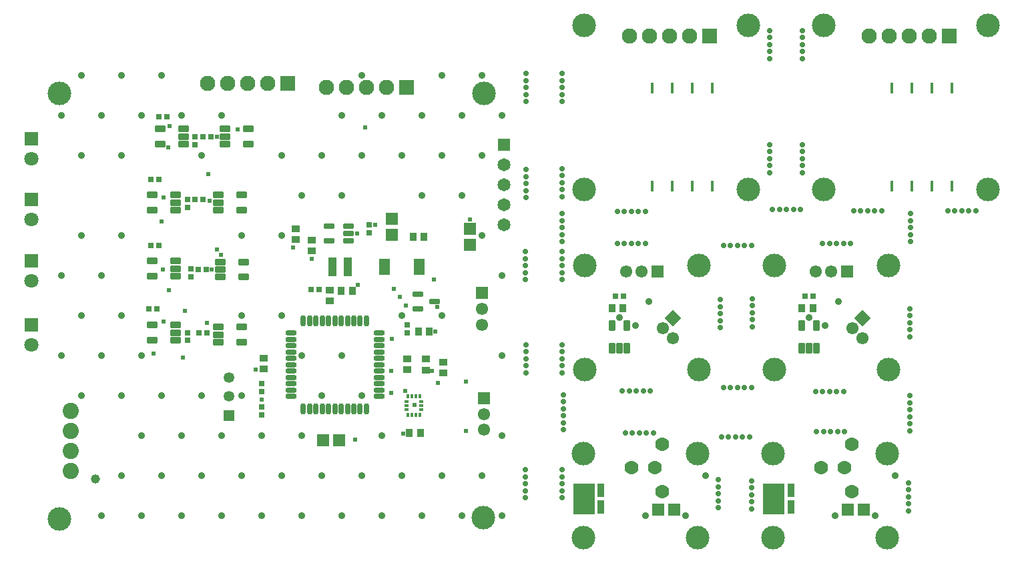
<source format=gts>
G04*
G04 #@! TF.GenerationSoftware,Altium Limited,Altium Designer,21.5.1 (32)*
G04*
G04 Layer_Color=8388736*
%FSLAX25Y25*%
%MOIN*%
G70*
G04*
G04 #@! TF.SameCoordinates,35D1D81E-305D-4ED3-A4E5-B3A77E649114*
G04*
G04*
G04 #@! TF.FilePolarity,Negative*
G04*
G01*
G75*
%ADD14R,0.01800X0.05200*%
%ADD20R,0.05512X0.07874*%
%ADD21R,0.02264X0.01378*%
%ADD22R,0.01378X0.02264*%
G04:AMPARAMS|DCode=23|XSize=51.18mil|YSize=23.62mil|CornerRadius=2.01mil|HoleSize=0mil|Usage=FLASHONLY|Rotation=0.000|XOffset=0mil|YOffset=0mil|HoleType=Round|Shape=RoundedRectangle|*
%AMROUNDEDRECTD23*
21,1,0.05118,0.01961,0,0,0.0*
21,1,0.04717,0.02362,0,0,0.0*
1,1,0.00402,0.02358,-0.00980*
1,1,0.00402,-0.02358,-0.00980*
1,1,0.00402,-0.02358,0.00980*
1,1,0.00402,0.02358,0.00980*
%
%ADD23ROUNDEDRECTD23*%
%ADD59R,0.10512X0.15551*%
%ADD60R,0.03661X0.07087*%
%ADD61R,0.06102X0.06496*%
%ADD62R,0.02953X0.02559*%
%ADD63R,0.03740X0.04134*%
G04:AMPARAMS|DCode=64|XSize=31.5mil|YSize=53.15mil|CornerRadius=4.87mil|HoleSize=0mil|Usage=FLASHONLY|Rotation=180.000|XOffset=0mil|YOffset=0mil|HoleType=Round|Shape=RoundedRectangle|*
%AMROUNDEDRECTD64*
21,1,0.03150,0.04341,0,0,180.0*
21,1,0.02175,0.05315,0,0,180.0*
1,1,0.00974,-0.01088,0.02170*
1,1,0.00974,0.01088,0.02170*
1,1,0.00974,0.01088,-0.02170*
1,1,0.00974,-0.01088,-0.02170*
%
%ADD64ROUNDEDRECTD64*%
%ADD65R,0.02559X0.02953*%
G04:AMPARAMS|DCode=66|XSize=31.5mil|YSize=53.15mil|CornerRadius=4.87mil|HoleSize=0mil|Usage=FLASHONLY|Rotation=270.000|XOffset=0mil|YOffset=0mil|HoleType=Round|Shape=RoundedRectangle|*
%AMROUNDEDRECTD66*
21,1,0.03150,0.04341,0,0,270.0*
21,1,0.02175,0.05315,0,0,270.0*
1,1,0.00974,-0.02170,-0.01088*
1,1,0.00974,-0.02170,0.01088*
1,1,0.00974,0.02170,0.01088*
1,1,0.00974,0.02170,-0.01088*
%
%ADD66ROUNDEDRECTD66*%
%ADD67O,0.02756X0.05709*%
%ADD68O,0.05709X0.02756*%
G04:AMPARAMS|DCode=69|XSize=53.54mil|YSize=29.13mil|CornerRadius=8.76mil|HoleSize=0mil|Usage=FLASHONLY|Rotation=180.000|XOffset=0mil|YOffset=0mil|HoleType=Round|Shape=RoundedRectangle|*
%AMROUNDEDRECTD69*
21,1,0.05354,0.01161,0,0,180.0*
21,1,0.03602,0.02913,0,0,180.0*
1,1,0.01752,-0.01801,0.00581*
1,1,0.01752,0.01801,0.00581*
1,1,0.01752,0.01801,-0.00581*
1,1,0.01752,-0.01801,-0.00581*
%
%ADD69ROUNDEDRECTD69*%
%ADD70R,0.04134X0.03740*%
%ADD71R,0.03937X0.09646*%
%ADD72R,0.06496X0.06102*%
%ADD73C,0.02800*%
%ADD74C,0.06969*%
%ADD75C,0.11791*%
%ADD76C,0.03591*%
%ADD77C,0.07677*%
%ADD78R,0.07677X0.07677*%
%ADD79R,0.06102X0.06102*%
%ADD80C,0.06102*%
%ADD81C,0.06102*%
%ADD82P,0.08630X4X360.0*%
%ADD83C,0.07087*%
%ADD84R,0.07087X0.07087*%
%ADD85R,0.06102X0.06102*%
%ADD86C,0.04638*%
%ADD87C,0.08091*%
%ADD88C,0.06496*%
%ADD89R,0.06496X0.06496*%
%ADD90R,0.05315X0.05315*%
%ADD91C,0.05315*%
%ADD92C,0.02391*%
D14*
X564685Y333685D02*
D03*
X554685D02*
D03*
X544685D02*
D03*
X534685D02*
D03*
Y284685D02*
D03*
X544685D02*
D03*
X554685D02*
D03*
X564685D02*
D03*
X445000Y333685D02*
D03*
X435000D02*
D03*
X425000D02*
D03*
X415000D02*
D03*
Y284685D02*
D03*
X425000D02*
D03*
X435000D02*
D03*
X445000D02*
D03*
D20*
X298661Y244500D02*
D03*
X281339D02*
D03*
D21*
X292407Y173031D02*
D03*
Y175000D02*
D03*
Y176969D02*
D03*
X299592D02*
D03*
Y175000D02*
D03*
Y173031D02*
D03*
D22*
X293047Y179577D02*
D03*
X295016D02*
D03*
X296984D02*
D03*
X298953D02*
D03*
Y170423D02*
D03*
X296984D02*
D03*
X295016D02*
D03*
X293047D02*
D03*
D23*
X306134Y227000D02*
D03*
X297866Y223260D02*
D03*
Y230740D02*
D03*
D59*
X380997Y128500D02*
D03*
X475682D02*
D03*
D60*
X389442Y132732D02*
D03*
Y124268D02*
D03*
X484127Y132732D02*
D03*
Y124268D02*
D03*
D61*
X418063Y123000D02*
D03*
X425937D02*
D03*
X512748D02*
D03*
X520622D02*
D03*
X258474Y157900D02*
D03*
X250600D02*
D03*
D62*
X396717Y229606D02*
D03*
X400654D02*
D03*
X491402D02*
D03*
X495339D02*
D03*
X192469Y211500D02*
D03*
X188531D02*
D03*
X163697Y223500D02*
D03*
X167634D02*
D03*
X192269Y242965D02*
D03*
X188332D02*
D03*
X190469Y278000D02*
D03*
X186531D02*
D03*
X164532Y288000D02*
D03*
X168468D02*
D03*
X194500Y309500D02*
D03*
X190563D02*
D03*
X168532Y319500D02*
D03*
X172468D02*
D03*
X164532Y255000D02*
D03*
X168468D02*
D03*
X248468Y233000D02*
D03*
X244531D02*
D03*
D63*
X394929Y223606D02*
D03*
X400441D02*
D03*
X489614D02*
D03*
X495126D02*
D03*
X301000Y259500D02*
D03*
X295488D02*
D03*
X299256Y161500D02*
D03*
X293744D02*
D03*
X298244Y212000D02*
D03*
X303756D02*
D03*
X259744Y232500D02*
D03*
X265256D02*
D03*
D64*
X394835Y203602D02*
D03*
X398575D02*
D03*
X402315D02*
D03*
Y215216D02*
D03*
X394835D02*
D03*
X489520Y203602D02*
D03*
X493260D02*
D03*
X497000D02*
D03*
Y215216D02*
D03*
X489520D02*
D03*
D65*
X182944Y211519D02*
D03*
Y207581D02*
D03*
X184500Y243468D02*
D03*
Y239531D02*
D03*
X183000Y277969D02*
D03*
Y274031D02*
D03*
X186500Y309469D02*
D03*
Y305532D02*
D03*
X292500Y215469D02*
D03*
Y211531D02*
D03*
X273500Y261531D02*
D03*
Y265469D02*
D03*
X219984Y182095D02*
D03*
Y186031D02*
D03*
X220000Y170531D02*
D03*
Y174469D02*
D03*
D66*
X176807Y207760D02*
D03*
Y211500D02*
D03*
Y215240D02*
D03*
X165193D02*
D03*
Y207760D02*
D03*
X198193Y214240D02*
D03*
Y210500D02*
D03*
Y206760D02*
D03*
X209807D02*
D03*
Y214240D02*
D03*
X199193Y246740D02*
D03*
Y243000D02*
D03*
Y239260D02*
D03*
X210807D02*
D03*
Y246740D02*
D03*
X176807Y239760D02*
D03*
Y243500D02*
D03*
Y247240D02*
D03*
X165193D02*
D03*
Y239760D02*
D03*
X176807Y272760D02*
D03*
Y276500D02*
D03*
Y280240D02*
D03*
X165193D02*
D03*
Y272760D02*
D03*
X198193Y280240D02*
D03*
Y276500D02*
D03*
Y272760D02*
D03*
X209807D02*
D03*
Y280240D02*
D03*
X201693Y313240D02*
D03*
Y309500D02*
D03*
Y305760D02*
D03*
X213307D02*
D03*
Y313240D02*
D03*
X180807Y305760D02*
D03*
Y309500D02*
D03*
Y313240D02*
D03*
X169193D02*
D03*
Y305760D02*
D03*
D67*
X272248Y173453D02*
D03*
X269098D02*
D03*
X265949D02*
D03*
X262799D02*
D03*
X259650D02*
D03*
X256500D02*
D03*
X253350D02*
D03*
X250201D02*
D03*
X247051D02*
D03*
X243902D02*
D03*
X240752D02*
D03*
Y217547D02*
D03*
X243902D02*
D03*
X247051D02*
D03*
X250201D02*
D03*
X253350D02*
D03*
X256500D02*
D03*
X259650D02*
D03*
X262799D02*
D03*
X265949D02*
D03*
X269098D02*
D03*
X272248D02*
D03*
D68*
X234453Y179752D02*
D03*
Y182902D02*
D03*
Y186051D02*
D03*
Y189201D02*
D03*
Y192350D02*
D03*
Y195500D02*
D03*
Y198650D02*
D03*
Y201799D02*
D03*
Y204949D02*
D03*
Y208098D02*
D03*
Y211248D02*
D03*
X278547D02*
D03*
Y208098D02*
D03*
Y204949D02*
D03*
Y201799D02*
D03*
Y198650D02*
D03*
Y195500D02*
D03*
Y192350D02*
D03*
Y189201D02*
D03*
Y186051D02*
D03*
Y182902D02*
D03*
Y179752D02*
D03*
D69*
X263441Y257260D02*
D03*
Y261000D02*
D03*
Y264740D02*
D03*
X253559D02*
D03*
Y257260D02*
D03*
D70*
X237000Y263512D02*
D03*
Y258000D02*
D03*
X254000Y227244D02*
D03*
Y232756D02*
D03*
X310500Y196756D02*
D03*
Y191244D02*
D03*
X302000Y198256D02*
D03*
Y192744D02*
D03*
X245000Y257756D02*
D03*
Y252244D02*
D03*
X292500Y198500D02*
D03*
Y192988D02*
D03*
X221000Y198756D02*
D03*
Y193244D02*
D03*
D71*
X255161Y244500D02*
D03*
X262839D02*
D03*
D72*
X324000Y255563D02*
D03*
Y263437D02*
D03*
X285000Y260563D02*
D03*
Y268437D02*
D03*
D73*
X544000Y271000D02*
D03*
Y267500D02*
D03*
Y264000D02*
D03*
Y260500D02*
D03*
Y257000D02*
D03*
X543500Y180000D02*
D03*
Y176500D02*
D03*
Y173000D02*
D03*
Y169500D02*
D03*
Y166000D02*
D03*
Y162500D02*
D03*
X510500Y182000D02*
D03*
X507000D02*
D03*
X503500D02*
D03*
X500000D02*
D03*
X496500D02*
D03*
X511000Y162000D02*
D03*
X507500D02*
D03*
X504000D02*
D03*
X500500D02*
D03*
X497000D02*
D03*
X543000Y122500D02*
D03*
Y126000D02*
D03*
Y129500D02*
D03*
Y133000D02*
D03*
Y136500D02*
D03*
X464500Y123500D02*
D03*
Y127000D02*
D03*
Y130500D02*
D03*
Y134000D02*
D03*
Y137500D02*
D03*
X448000Y124000D02*
D03*
Y127500D02*
D03*
Y131000D02*
D03*
Y134500D02*
D03*
Y138000D02*
D03*
X401500Y161500D02*
D03*
X405000D02*
D03*
X408500D02*
D03*
X412000D02*
D03*
X415500D02*
D03*
X400000Y182500D02*
D03*
X403500D02*
D03*
X407000D02*
D03*
X410500D02*
D03*
X414000D02*
D03*
X500000Y256000D02*
D03*
X503500D02*
D03*
X507000D02*
D03*
X510500D02*
D03*
X514000D02*
D03*
X543500Y223500D02*
D03*
Y220000D02*
D03*
Y216500D02*
D03*
Y213000D02*
D03*
Y209500D02*
D03*
X576500Y272500D02*
D03*
X573000D02*
D03*
X569500D02*
D03*
X566000D02*
D03*
X562500D02*
D03*
X529500D02*
D03*
X526000D02*
D03*
X522500D02*
D03*
X519000D02*
D03*
X515500D02*
D03*
X464500Y184000D02*
D03*
X461000D02*
D03*
X457500D02*
D03*
X454000D02*
D03*
X450500D02*
D03*
X463500Y159500D02*
D03*
X460000D02*
D03*
X456500D02*
D03*
X453000D02*
D03*
X449500D02*
D03*
X489000Y273000D02*
D03*
X485500D02*
D03*
X482000D02*
D03*
X478500D02*
D03*
X475000D02*
D03*
X464500Y255000D02*
D03*
X461000D02*
D03*
X457500D02*
D03*
X454000D02*
D03*
X450500D02*
D03*
X490000Y348500D02*
D03*
Y352000D02*
D03*
Y355500D02*
D03*
Y359000D02*
D03*
Y362500D02*
D03*
X473500Y348500D02*
D03*
Y352000D02*
D03*
Y355500D02*
D03*
Y359000D02*
D03*
Y362500D02*
D03*
X490000Y291500D02*
D03*
Y295000D02*
D03*
Y298500D02*
D03*
Y302000D02*
D03*
Y305500D02*
D03*
X473500Y291500D02*
D03*
Y295000D02*
D03*
Y298500D02*
D03*
Y302000D02*
D03*
Y305500D02*
D03*
X351500Y129000D02*
D03*
Y132500D02*
D03*
Y136000D02*
D03*
Y139500D02*
D03*
Y143000D02*
D03*
X370000Y129000D02*
D03*
Y132500D02*
D03*
Y136000D02*
D03*
Y139500D02*
D03*
Y143000D02*
D03*
X370500Y180500D02*
D03*
Y177000D02*
D03*
Y173500D02*
D03*
Y170000D02*
D03*
Y166500D02*
D03*
Y163000D02*
D03*
X370000Y271000D02*
D03*
Y267500D02*
D03*
Y264000D02*
D03*
Y260500D02*
D03*
Y257000D02*
D03*
X352000Y191500D02*
D03*
Y195000D02*
D03*
Y198500D02*
D03*
Y202000D02*
D03*
Y205500D02*
D03*
X370000Y191500D02*
D03*
Y195000D02*
D03*
Y198500D02*
D03*
Y202000D02*
D03*
Y205500D02*
D03*
X465000Y214500D02*
D03*
Y218000D02*
D03*
Y221500D02*
D03*
Y225000D02*
D03*
Y228500D02*
D03*
X449000Y214000D02*
D03*
Y217500D02*
D03*
Y221000D02*
D03*
Y224500D02*
D03*
Y228000D02*
D03*
X397500Y272000D02*
D03*
X401000D02*
D03*
X404500D02*
D03*
X408000D02*
D03*
X411500D02*
D03*
X397500Y256000D02*
D03*
X401000D02*
D03*
X404500D02*
D03*
X408000D02*
D03*
X411500D02*
D03*
X351500Y252000D02*
D03*
Y248500D02*
D03*
Y245000D02*
D03*
Y241500D02*
D03*
Y238000D02*
D03*
X370000Y252000D02*
D03*
Y248500D02*
D03*
Y245000D02*
D03*
Y241500D02*
D03*
Y238000D02*
D03*
Y293500D02*
D03*
Y290000D02*
D03*
Y286500D02*
D03*
Y283000D02*
D03*
Y279500D02*
D03*
X352000Y293000D02*
D03*
Y289500D02*
D03*
Y286000D02*
D03*
Y282500D02*
D03*
Y279000D02*
D03*
X370000Y341000D02*
D03*
Y337500D02*
D03*
Y334000D02*
D03*
Y330500D02*
D03*
Y327000D02*
D03*
X352000D02*
D03*
Y330500D02*
D03*
Y334000D02*
D03*
Y337500D02*
D03*
Y341000D02*
D03*
D74*
X404500Y144000D02*
D03*
X416311D02*
D03*
X420012Y155811D02*
D03*
Y132189D02*
D03*
X499185Y144000D02*
D03*
X510996D02*
D03*
X514697Y155811D02*
D03*
Y132189D02*
D03*
D75*
X380500Y151000D02*
D03*
Y109000D02*
D03*
X437500Y151000D02*
D03*
Y109000D02*
D03*
X475185Y151000D02*
D03*
Y109000D02*
D03*
X532185Y151000D02*
D03*
Y109000D02*
D03*
X582685Y365185D02*
D03*
X500685D02*
D03*
Y283185D02*
D03*
X582685Y283185D02*
D03*
X463000Y365185D02*
D03*
X381000D02*
D03*
Y283185D02*
D03*
X463000Y283185D02*
D03*
X381185Y193106D02*
D03*
Y245106D02*
D03*
X438185D02*
D03*
Y193106D02*
D03*
X475870D02*
D03*
Y245106D02*
D03*
X532870D02*
D03*
Y193106D02*
D03*
X330500Y119000D02*
D03*
X331000Y331000D02*
D03*
X119000D02*
D03*
Y118500D02*
D03*
D76*
X441500Y140000D02*
D03*
X431500Y120000D02*
D03*
X411500D02*
D03*
X536185Y140000D02*
D03*
X526185Y120000D02*
D03*
X506185D02*
D03*
X413185Y227106D02*
D03*
X406685Y215106D02*
D03*
X398685Y219106D02*
D03*
X507870Y227106D02*
D03*
X501370Y215106D02*
D03*
X493370Y219106D02*
D03*
X340000Y320000D02*
D03*
Y240000D02*
D03*
Y200000D02*
D03*
Y160000D02*
D03*
Y120000D02*
D03*
X330000Y340000D02*
D03*
X320000Y320000D02*
D03*
X330000Y300000D02*
D03*
X320000Y280000D02*
D03*
X330000Y260000D02*
D03*
Y140000D02*
D03*
X320000Y120000D02*
D03*
X310000Y340000D02*
D03*
X300000Y320000D02*
D03*
X310000Y300000D02*
D03*
X300000Y280000D02*
D03*
X310000Y220000D02*
D03*
Y140000D02*
D03*
X300000Y120000D02*
D03*
X280000Y320000D02*
D03*
X290000Y300000D02*
D03*
Y220000D02*
D03*
X280000Y160000D02*
D03*
X290000Y140000D02*
D03*
X280000Y120000D02*
D03*
X270000Y340000D02*
D03*
X260000Y320000D02*
D03*
X270000Y300000D02*
D03*
X260000Y280000D02*
D03*
Y200000D02*
D03*
X270000Y180000D02*
D03*
Y140000D02*
D03*
X260000Y120000D02*
D03*
X250000Y300000D02*
D03*
X240000Y280000D02*
D03*
Y200000D02*
D03*
X250000Y180000D02*
D03*
X240000Y160000D02*
D03*
X250000Y140000D02*
D03*
X240000Y120000D02*
D03*
X230000Y300000D02*
D03*
Y260000D02*
D03*
Y220000D02*
D03*
X220000Y160000D02*
D03*
X230000Y140000D02*
D03*
X220000Y120000D02*
D03*
X200000Y320000D02*
D03*
X210000Y260000D02*
D03*
Y220000D02*
D03*
Y180000D02*
D03*
X200000Y160000D02*
D03*
X210000Y140000D02*
D03*
X200000Y120000D02*
D03*
X180000Y320000D02*
D03*
X190000Y300000D02*
D03*
Y180000D02*
D03*
X180000Y160000D02*
D03*
X190000Y140000D02*
D03*
X180000Y120000D02*
D03*
X170000Y340000D02*
D03*
X160000Y320000D02*
D03*
Y200000D02*
D03*
X170000Y180000D02*
D03*
X160000Y160000D02*
D03*
X170000Y140000D02*
D03*
X160000Y120000D02*
D03*
X150000Y340000D02*
D03*
X140000Y320000D02*
D03*
X150000Y300000D02*
D03*
Y260000D02*
D03*
X140000Y240000D02*
D03*
X150000Y220000D02*
D03*
X140000Y200000D02*
D03*
X150000Y180000D02*
D03*
Y140000D02*
D03*
X140000Y120000D02*
D03*
X130000Y340000D02*
D03*
X120000Y320000D02*
D03*
X130000Y300000D02*
D03*
Y260000D02*
D03*
X120000Y240000D02*
D03*
X130000Y220000D02*
D03*
X120000Y200000D02*
D03*
X130000Y180000D02*
D03*
D77*
X533185Y359685D02*
D03*
X543185D02*
D03*
X553185D02*
D03*
X523185D02*
D03*
X413500D02*
D03*
X423500D02*
D03*
X433500D02*
D03*
X403500D02*
D03*
X262314Y334000D02*
D03*
X272314D02*
D03*
X282314D02*
D03*
X252314D02*
D03*
X203000Y336000D02*
D03*
X213000D02*
D03*
X223000D02*
D03*
X193000D02*
D03*
D78*
X563185Y359685D02*
D03*
X443500D02*
D03*
X292314Y334000D02*
D03*
X233000Y336000D02*
D03*
D79*
X417559Y242106D02*
D03*
X512244D02*
D03*
D80*
X409685D02*
D03*
X401811D02*
D03*
X504370D02*
D03*
X496496D02*
D03*
X331000Y170874D02*
D03*
Y163000D02*
D03*
X330000Y223374D02*
D03*
Y215500D02*
D03*
D81*
X425185Y208606D02*
D03*
X420185Y213606D02*
D03*
X519870Y208606D02*
D03*
X514870Y213606D02*
D03*
D82*
X425185Y218606D02*
D03*
X519870D02*
D03*
D83*
X105000Y298500D02*
D03*
Y268000D02*
D03*
Y237500D02*
D03*
Y205500D02*
D03*
D84*
Y308500D02*
D03*
Y278000D02*
D03*
Y247500D02*
D03*
Y215500D02*
D03*
D85*
X331000Y178748D02*
D03*
X330000Y231248D02*
D03*
D86*
X136902Y138299D02*
D03*
D87*
X124500Y142500D02*
D03*
Y152500D02*
D03*
Y162500D02*
D03*
Y172500D02*
D03*
D88*
X341000Y265500D02*
D03*
Y275500D02*
D03*
Y285500D02*
D03*
Y295500D02*
D03*
D89*
Y305500D02*
D03*
D90*
X203500Y170000D02*
D03*
D91*
Y179606D02*
D03*
Y189213D02*
D03*
D92*
X193416Y290758D02*
D03*
X173916Y314758D02*
D03*
X170837Y279000D02*
D03*
Y217000D02*
D03*
X166000Y201000D02*
D03*
X322000Y187000D02*
D03*
X308000Y186500D02*
D03*
X284692Y181383D02*
D03*
X291500Y182500D02*
D03*
X284500Y192500D02*
D03*
X296237Y175521D02*
D03*
X271500Y314000D02*
D03*
X235500Y254000D02*
D03*
X285000Y208500D02*
D03*
X306000Y238000D02*
D03*
X292000Y225000D02*
D03*
X289000Y229500D02*
D03*
X286000Y233500D02*
D03*
X321950Y162450D02*
D03*
X173422Y304000D02*
D03*
X194067Y277500D02*
D03*
X170000Y267000D02*
D03*
X192469Y216500D02*
D03*
X266500Y158000D02*
D03*
X217000Y193000D02*
D03*
X290500Y161000D02*
D03*
X194801Y242965D02*
D03*
X197531Y309500D02*
D03*
X268000Y235500D02*
D03*
X245000Y248500D02*
D03*
X267500Y261000D02*
D03*
X276500Y265500D02*
D03*
X324000Y268063D02*
D03*
X307500Y224500D02*
D03*
X306756Y212000D02*
D03*
X197586Y253070D02*
D03*
X180500Y199000D02*
D03*
X207996Y313161D02*
D03*
X173693Y232740D02*
D03*
X181500Y222500D02*
D03*
X170500Y243000D02*
D03*
X220000Y178000D02*
D03*
X199500Y250500D02*
D03*
X305000Y192500D02*
D03*
M02*

</source>
